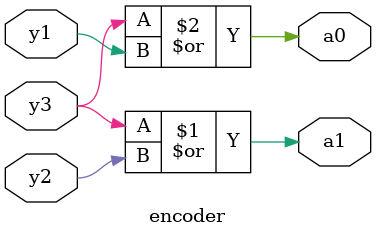
<source format=v>
module encoder(output a0,a1, input y3,y2,y1);

    or(a1,y3,y2);
    or(a0,y3,y1);

endmodule
</source>
